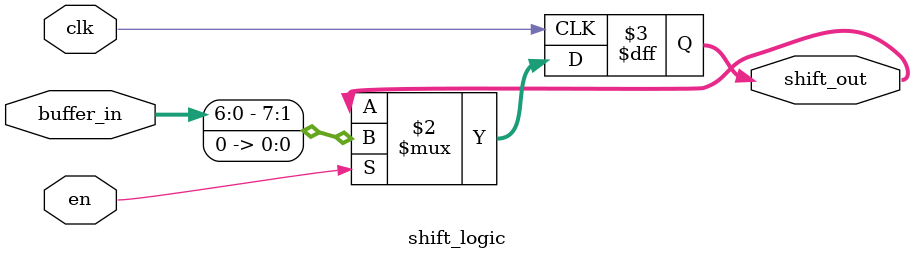
<source format=sv>
module shift_enable_chain #(parameter WIDTH=8) (
    input  wire                 clk,
    input  wire                 en,
    input  wire [WIDTH-1:0]     din,
    output wire [WIDTH-1:0]     dout
);

    wire [WIDTH-1:0] buffer_data_out;
    wire [WIDTH-1:0] shift_data_out;

    // Buffer Register Submodule: Latches input data when enabled
    buffer_register #(.WIDTH(WIDTH)) u_buffer_register (
        .clk        (clk),
        .en         (en),
        .data_in    (din),
        .data_out   (buffer_data_out)
    );

    // Shift Logic Submodule: Shifts buffer and outputs result when enabled
    shift_logic #(.WIDTH(WIDTH)) u_shift_logic (
        .clk        (clk),
        .en         (en),
        .buffer_in  (buffer_data_out),
        .shift_out  (shift_data_out)
    );

    assign dout = shift_data_out;

endmodule

// -----------------------------------------------------------------------------
// Buffer Register Submodule
// Latches input data to buffer on rising edge of clk when enabled
// -----------------------------------------------------------------------------
module buffer_register #(parameter WIDTH=8) (
    input  wire                 clk,
    input  wire                 en,
    input  wire [WIDTH-1:0]     data_in,
    output reg  [WIDTH-1:0]     data_out
);
    always @(posedge clk) begin
        data_out <= en ? data_in : data_out;
    end
endmodule

// -----------------------------------------------------------------------------
// Shift Logic Submodule
// On enable, shifts buffer_in left by 1 and fills LSB with 0
// Holds previous value when not enabled
// -----------------------------------------------------------------------------
module shift_logic #(parameter WIDTH=8) (
    input  wire                 clk,
    input  wire                 en,
    input  wire [WIDTH-1:0]     buffer_in,
    output reg  [WIDTH-1:0]     shift_out
);
    always @(posedge clk) begin
        shift_out <= en ? {buffer_in[WIDTH-2:0], 1'b0} : shift_out;
    end
endmodule
</source>
